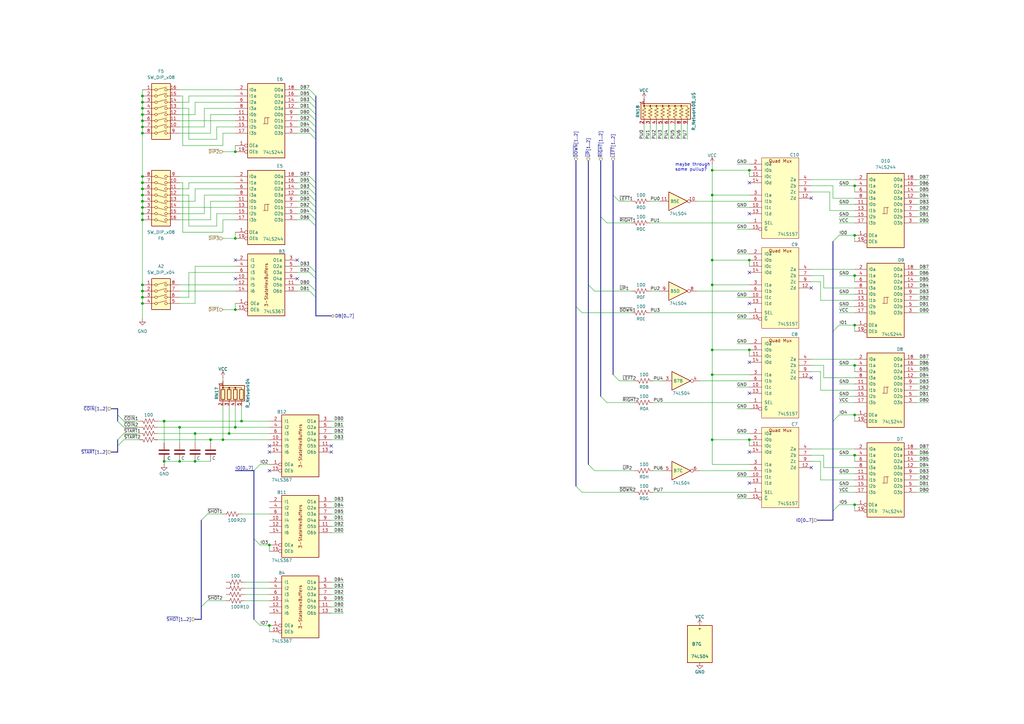
<source format=kicad_sch>
(kicad_sch (version 20231120) (generator "eeschema") (generator_version "8.0")
  (paper "A3")
  (title_block (title "Cabinet Input/Output") (date "2024-10-12") (company "JOTEGO") (comment 1 "Jose Tejada"))
  (lib_symbols
    (symbol "Device:C" (pin_numbers hide) (pin_names (offset 0.254))
      (property "Reference" "C" (at 0.635 2.54 0))
      (property "Value" "C" (at 0.635 -2.54 0))
      (symbol "C_1_1"
        (pin passive line (at 0 3.81 270) (length 2.794) (name "~") (number "1"))
        (pin passive line (at 0 -3.81 90) (length 2.794) (name "~") (number "2"))
      )
    )
    (symbol "Device:R_Network04" (pin_names (offset 0) hide)
      (property "Reference" "RN" (at -7.62 0 90))
      (property "Value" "R_Network04" (at 5.08 0 90))
      (symbol "R_Network04_1_1"
        (pin passive line (at -5.08 5.08 270) (length 2.54) (name "common") (number "1"))
        (pin passive line (at -5.08 -5.08 90) (length 1.27) (name "R1") (number "2"))
        (pin passive line (at -2.54 -5.08 90) (length 1.27) (name "R2") (number "3"))
        (pin passive line (at 0 -5.08 90) (length 1.27) (name "R3") (number "4"))
        (pin passive line (at 2.54 -5.08 90) (length 1.27) (name "R4") (number "5"))
      )
    )
    (symbol "Device:R_Network08_US" (pin_names (offset 0) hide)
      (property "Reference" "RN" (at -12.7 0 90))
      (property "Value" "R_Network08_US" (at 10.16 0 90))
      (symbol "R_Network08_US_1_1"
        (pin passive line (at -10.16 5.08 270) (length 2.54) (name "common") (number "1"))
        (pin passive line (at -10.16 -5.08 90) (length 1.27) (name "R1") (number "2"))
        (pin passive line (at -7.62 -5.08 90) (length 1.27) (name "R2") (number "3"))
        (pin passive line (at -5.08 -5.08 90) (length 1.27) (name "R3") (number "4"))
        (pin passive line (at -2.54 -5.08 90) (length 1.27) (name "R4") (number "5"))
        (pin passive line (at 0 -5.08 90) (length 1.27) (name "R5") (number "6"))
        (pin passive line (at 2.54 -5.08 90) (length 1.27) (name "R6") (number "7"))
        (pin passive line (at 5.08 -5.08 90) (length 1.27) (name "R7") (number "8"))
        (pin passive line (at 7.62 -5.08 90) (length 1.27) (name "R8") (number "9"))
      )
    )
    (symbol "Device:R_US" (pin_numbers hide) (pin_names (offset 0))
      (property "Reference" "R" (at 2.54 0 90))
      (property "Value" "R_US" (at -2.54 0 90))
      (symbol "R_US_1_1"
        (pin passive line (at 0 3.81 270) (length 1.27) (name "~") (number "1"))
        (pin passive line (at 0 -3.81 90) (length 1.27) (name "~") (number "2"))
      )
    )
    (symbol "Switch:SW_DIP_x04" (pin_names (offset 0) hide)
      (property "Reference" "SW" (at 0 8.89 0))
      (property "Value" "SW_DIP_x04" (at 0 -6.35 0))
      (symbol "SW_DIP_x04_1_1"
        (pin passive line (at -7.62 5.08 0) (length 5.08) (name "~") (number "1"))
        (pin passive line (at -7.62 2.54 0) (length 5.08) (name "~") (number "2"))
        (pin passive line (at -7.62 0 0) (length 5.08) (name "~") (number "3"))
        (pin passive line (at -7.62 -2.54 0) (length 5.08) (name "~") (number "4"))
        (pin passive line (at 7.62 -2.54 180) (length 5.08) (name "~") (number "5"))
        (pin passive line (at 7.62 0 180) (length 5.08) (name "~") (number "6"))
        (pin passive line (at 7.62 2.54 180) (length 5.08) (name "~") (number "7"))
        (pin passive line (at 7.62 5.08 180) (length 5.08) (name "~") (number "8"))
      )
    )
    (symbol "Switch:SW_DIP_x08" (pin_names (offset 0) hide)
      (property "Reference" "SW" (at 0 13.97 0))
      (property "Value" "SW_DIP_x08" (at 0 -11.43 0))
      (symbol "SW_DIP_x08_1_1"
        (pin passive line (at -7.62 10.16 0) (length 5.08) (name "~") (number "1"))
        (pin passive line (at 7.62 -5.08 180) (length 5.08) (name "~") (number "10"))
        (pin passive line (at 7.62 -2.54 180) (length 5.08) (name "~") (number "11"))
        (pin passive line (at 7.62 0 180) (length 5.08) (name "~") (number "12"))
        (pin passive line (at 7.62 2.54 180) (length 5.08) (name "~") (number "13"))
        (pin passive line (at 7.62 5.08 180) (length 5.08) (name "~") (number "14"))
        (pin passive line (at 7.62 7.62 180) (length 5.08) (name "~") (number "15"))
        (pin passive line (at 7.62 10.16 180) (length 5.08) (name "~") (number "16"))
        (pin passive line (at -7.62 7.62 0) (length 5.08) (name "~") (number "2"))
        (pin passive line (at -7.62 5.08 0) (length 5.08) (name "~") (number "3"))
        (pin passive line (at -7.62 2.54 0) (length 5.08) (name "~") (number "4"))
        (pin passive line (at -7.62 0 0) (length 5.08) (name "~") (number "5"))
        (pin passive line (at -7.62 -2.54 0) (length 5.08) (name "~") (number "6"))
        (pin passive line (at -7.62 -5.08 0) (length 5.08) (name "~") (number "7"))
        (pin passive line (at -7.62 -7.62 0) (length 5.08) (name "~") (number "8"))
        (pin passive line (at 7.62 -7.62 180) (length 5.08) (name "~") (number "9"))
      )
    )
    (symbol "jt74:74LS04" (pin_names (offset 1.016))
      (property "Reference" "U" (at 0 1.27 0))
      (property "Value" "74LS04" (at 0 -1.27 0))
      (symbol "74LS04_1_0"
        (pin input line (at -7.62 0 0) (length 3.81) (name "~") (number "1"))
        (pin output inverted (at 7.62 0 180) (length 3.81) (name "~") (number "2"))
      )
      (symbol "74LS04_2_0"
        (pin input line (at -7.62 0 0) (length 3.81) (name "~") (number "3"))
        (pin output inverted (at 7.62 0 180) (length 3.81) (name "~") (number "4"))
      )
      (symbol "74LS04_3_0"
        (pin input line (at -7.62 0 0) (length 3.81) (name "~") (number "5"))
        (pin output inverted (at 7.62 0 180) (length 3.81) (name "~") (number "6"))
      )
      (symbol "74LS04_4_0"
        (pin output inverted (at 7.62 0 180) (length 3.81) (name "~") (number "8"))
        (pin input line (at -7.62 0 0) (length 3.81) (name "~") (number "9"))
      )
      (symbol "74LS04_5_0"
        (pin output inverted (at 7.62 0 180) (length 3.81) (name "~") (number "10"))
        (pin input line (at -7.62 0 0) (length 3.81) (name "~") (number "11"))
      )
      (symbol "74LS04_6_0"
        (pin output inverted (at 7.62 0 180) (length 3.81) (name "~") (number "12"))
        (pin input line (at -7.62 0 0) (length 3.81) (name "~") (number "13"))
      )
      (symbol "74LS04_7_0"
        (pin power_in line (at 0 7.62 270) (length 5.08) hide (name "VCC") (number "14"))
        (pin power_in line (at 0 -7.62 90) (length 5.08) hide (name "VSS") (number "7"))
      )
      (symbol "74LS04_7_1"
        (text "+" (at 0 6.35 0) (effects (font (size 1.27 1.27))))
      )
    )
    (symbol "jt74:74LS157" (pin_names (offset 1.016))
      (property "Reference" "U" (at 5.08 16.51 0))
      (property "Value" "74LS157" (at 0 -16.51 0))
      (symbol "74LS157_0_0"
        (text "Quad Mux" (at 0 13.97 0) (effects (font (size 1.27 1.27))))
      )
      (symbol "74LS157_1_0"
        (pin input line (at -12.7 -11.43 0) (length 5.08) (name "SEL") (number "1"))
        (pin input line (at -12.7 -5.08 0) (length 5.08) (name "I1c") (number "10"))
        (pin input line (at -12.7 7.62 0) (length 5.08) (name "I0c") (number "11"))
        (pin output line (at 12.7 -1.27 180) (length 5.08) (name "Zd") (number "12"))
        (pin input line (at -12.7 -7.62 0) (length 5.08) (name "I1d") (number "13"))
        (pin input line (at -12.7 5.08 0) (length 5.08) (name "I0d") (number "14"))
        (pin input inverted (at -12.7 -13.97 0) (length 5.08) (name "~{G}") (number "15"))
        (pin input line (at -12.7 12.7 0) (length 5.08) (name "I0a") (number "2"))
        (pin input line (at -12.7 0 0) (length 5.08) (name "I1a") (number "3"))
        (pin output line (at 12.7 6.35 180) (length 5.08) (name "Za") (number "4"))
        (pin input line (at -12.7 10.16 0) (length 5.08) (name "I0b") (number "5"))
        (pin input line (at -12.7 -2.54 0) (length 5.08) (name "I1b") (number "6"))
        (pin output line (at 12.7 3.81 180) (length 5.08) (name "Zb") (number "7"))
        (pin output line (at 12.7 1.27 180) (length 5.08) (name "Zc") (number "9"))
      )
    )
    (symbol "jt74:74LS244"
      (property "Reference" "U" (at -7.62 16.51 0))
      (property "Value" "74LS244" (at -3.81 -21.59 0))
      (symbol "74LS244_1_0"
        (pin input inverted (at -12.7 -10.16 0) (length 5.08) (name "OEa") (number "1"))
        (pin power_in line (at 0 -15.24 90) (length 5.08) hide (name "VSS") (number "10"))
        (pin input line (at -12.7 2.54 0) (length 5.08) (name "I0b") (number "11"))
        (pin tri_state line (at 12.7 5.08 180) (length 5.08) (name "O3a") (number "12"))
        (pin input line (at -12.7 0 0) (length 5.08) (name "I1b") (number "13"))
        (pin tri_state line (at 12.7 7.62 180) (length 5.08) (name "O2a") (number "14"))
        (pin input line (at -12.7 -2.54 0) (length 5.08) (name "I2b") (number "15"))
        (pin tri_state line (at 12.7 10.16 180) (length 5.08) (name "O1a") (number "16"))
        (pin input line (at -12.7 -5.08 0) (length 5.08) (name "I3b") (number "17"))
        (pin tri_state line (at 12.7 12.7 180) (length 5.08) (name "O0a") (number "18"))
        (pin input inverted (at -12.7 -12.7 0) (length 5.08) (name "OEb") (number "19"))
        (pin input line (at -12.7 12.7 0) (length 5.08) (name "I0a") (number "2"))
        (pin power_in line (at 0 15.24 270) (length 5.08) hide (name "VCC") (number "20"))
        (pin tri_state line (at 12.7 -5.08 180) (length 5.08) (name "O3b") (number "3"))
        (pin input line (at -12.7 10.16 0) (length 5.08) (name "I1a") (number "4"))
        (pin tri_state line (at 12.7 -2.54 180) (length 5.08) (name "O2b") (number "5"))
        (pin input line (at -12.7 7.62 0) (length 5.08) (name "I2a") (number "6"))
        (pin tri_state line (at 12.7 0 180) (length 5.08) (name "O1b") (number "7"))
        (pin input line (at -12.7 5.08 0) (length 5.08) (name "I3a") (number "8"))
        (pin tri_state line (at 12.7 2.54 180) (length 5.08) (name "O0b") (number "9"))
      )
    )
    (symbol "jt74:74LS367" (pin_names (offset 1.016))
      (property "Reference" "U" (at -7.62 13.97 0))
      (property "Value" "74LS367" (at -7.62 -13.97 0))
      (symbol "74LS367_0_0"
        (text "3-StateHexBuffers" (at 0 0 900) (effects (font (size 1.27 1.27))))
      )
      (symbol "74LS367_1_0"
        (pin input inverted (at -12.7 -7.62 0) (length 5.08) (name "OEa") (number "1"))
        (pin input line (at -12.7 2.54 0) (length 5.08) (name "I4") (number "10"))
        (pin tri_state line (at 12.7 0 180) (length 5.08) (name "O5b") (number "11"))
        (pin input line (at -12.7 0 0) (length 5.08) (name "I5") (number "12"))
        (pin tri_state line (at 12.7 -2.54 180) (length 5.08) (name "O6b") (number "13"))
        (pin input line (at -12.7 -2.54 0) (length 5.08) (name "I6") (number "14"))
        (pin input inverted (at -12.7 -10.16 0) (length 5.08) (name "OEb") (number "15"))
        (pin input line (at -12.7 10.16 0) (length 5.08) (name "I1") (number "2"))
        (pin tri_state line (at 12.7 10.16 180) (length 5.08) (name "O1a") (number "3"))
        (pin input line (at -12.7 7.62 0) (length 5.08) (name "I2") (number "4"))
        (pin tri_state line (at 12.7 7.62 180) (length 5.08) (name "O2a") (number "5"))
        (pin input line (at -12.7 5.08 0) (length 5.08) (name "I3") (number "6"))
        (pin tri_state line (at 12.7 5.08 180) (length 5.08) (name "O3a") (number "7"))
        (pin tri_state line (at 12.7 2.54 180) (length 5.08) (name "O4a") (number "9"))
      )
      (symbol "74LS367_1_1"
        (pin power_in line (at 0 12.7 270) (length 2.54) hide (name "VCC") (number "16"))
        (pin power_in line (at 0 -12.7 90) (length 2.54) hide (name "VSS") (number "8"))
      )
    )
    (symbol "power:GND" (power) (pin_numbers hide) (pin_names (offset 0) hide)
      (property "Value" "GND" (at 0 -3.81 0))
      (symbol "GND_1_1"
        (pin power_in line (at 0 0 270) (length 0) (name "~") (number "1"))
      )
    )
    (symbol "power:VCC" (power) (pin_numbers hide) (pin_names (offset 0) hide)
      (property "Value" "VCC" (at 0 3.556 0))
      (symbol "VCC_1_1"
        (pin power_in line (at 0 0 90) (length 0) (name "~") (number "1"))
      )
    )
  )
  (junction (at 58.42 49.53))
  (junction (at 307.34 180.34))
  (junction (at 58.42 82.55))
  (junction (at 58.42 74.93))
  (junction (at 350.52 149.86))
  (junction (at 292.1 116.84))
  (junction (at 307.34 143.51))
  (junction (at 58.42 119.38))
  (junction (at 96.52 97.79))
  (junction (at 110.49 256.54))
  (junction (at 292.1 153.67))
  (junction (at 350.52 186.69))
  (junction (at 58.42 116.84))
  (junction (at 73.66 175.26))
  (junction (at 307.34 106.68))
  (junction (at 58.42 90.17))
  (junction (at 307.34 69.85))
  (junction (at 350.52 133.35))
  (junction (at 292.1 106.68))
  (junction (at 58.42 72.39))
  (junction (at 96.52 127))
  (junction (at 91.44 180.34))
  (junction (at 67.31 172.72))
  (junction (at 80.01 189.23))
  (junction (at 96.52 62.23))
  (junction (at 86.36 180.34))
  (junction (at 350.52 170.18))
  (junction (at 58.42 80.01))
  (junction (at 58.42 87.63))
  (junction (at 292.1 143.51))
  (junction (at 58.42 46.99))
  (junction (at 58.42 124.46))
  (junction (at 110.49 223.52))
  (junction (at 58.42 41.91))
  (junction (at 96.52 175.26))
  (junction (at 80.01 177.8))
  (junction (at 292.1 69.85))
  (junction (at 350.52 76.2))
  (junction (at 292.1 80.01))
  (junction (at 58.42 39.37))
  (junction (at 99.06 172.72))
  (junction (at 292.1 180.34))
  (junction (at 350.52 96.52))
  (junction (at 93.98 177.8))
  (junction (at 58.42 54.61))
  (junction (at 58.42 77.47))
  (junction (at 67.31 189.23))
  (junction (at 350.52 113.03))
  (junction (at 58.42 52.07))
  (junction (at 58.42 85.09))
  (junction (at 58.42 121.92))
  (junction (at 73.66 189.23))
  (junction (at 350.52 207.01))
  (junction (at 58.42 44.45))
  (no_connect (at 307.34 148.59))
  (no_connect (at 135.89 185.42))
  (no_connect (at 96.52 114.3))
  (no_connect (at 307.34 74.93))
  (no_connect (at 96.52 106.68))
  (no_connect (at 135.89 182.88))
  (no_connect (at 332.74 118.11))
  (no_connect (at 307.34 124.46))
  (no_connect (at 121.92 114.3))
  (no_connect (at 307.34 111.76))
  (no_connect (at 332.74 154.94))
  (no_connect (at 332.74 81.28))
  (no_connect (at 307.34 87.63))
  (no_connect (at 121.92 106.68))
  (no_connect (at 110.49 193.04))
  (no_connect (at 307.34 185.42))
  (no_connect (at 110.49 185.42))
  (no_connect (at 332.74 191.77))
  (no_connect (at 110.49 182.88))
  (no_connect (at 307.34 161.29))
  (no_connect (at 307.34 198.12))
  (bus_entry (at 344.17 170.18) (size -2.54 2.54))
  (bus_entry (at 127 52.07) (size 2.54 2.54))
  (bus_entry (at 104.14 254) (size 2.54 2.54))
  (bus_entry (at 241.3 116.84) (size 2.54 2.54))
  (bus_entry (at 127 82.55) (size 2.54 2.54))
  (bus_entry (at 127 90.17) (size 2.54 2.54))
  (bus_entry (at 344.17 133.35) (size -2.54 2.54))
  (bus_entry (at 127 72.39) (size 2.54 2.54))
  (bus_entry (at 127 46.99) (size 2.54 2.54))
  (bus_entry (at 127 44.45) (size 2.54 2.54))
  (bus_entry (at 241.3 190.5) (size 2.54 2.54))
  (bus_entry (at 127 111.76) (size 2.54 2.54))
  (bus_entry (at 127 119.38) (size 2.54 2.54))
  (bus_entry (at 344.17 96.52) (size -2.54 2.54))
  (bus_entry (at 85.09 246.38) (size -2.54 2.54))
  (bus_entry (at 127 36.83) (size 2.54 2.54))
  (bus_entry (at 127 39.37) (size 2.54 2.54))
  (bus_entry (at 127 109.22) (size 2.54 2.54))
  (bus_entry (at 127 87.63) (size 2.54 2.54))
  (bus_entry (at 127 49.53) (size 2.54 2.54))
  (bus_entry (at 127 80.01) (size 2.54 2.54))
  (bus_entry (at 246.38 162.56) (size 2.54 2.54))
  (bus_entry (at 127 54.61) (size 2.54 2.54))
  (bus_entry (at 251.46 80.01) (size 2.54 2.54))
  (bus_entry (at 127 41.91) (size 2.54 2.54))
  (bus_entry (at 127 85.09) (size 2.54 2.54))
  (bus_entry (at 127 77.47) (size 2.54 2.54))
  (bus_entry (at 85.09 210.82) (size -2.54 2.54))
  (bus_entry (at 48.26 180.34) (size 2.54 -2.54))
  (bus_entry (at 344.17 207.01) (size -2.54 2.54))
  (bus_entry (at 48.26 170.18) (size 2.54 2.54))
  (bus_entry (at 127 116.84) (size 2.54 2.54))
  (bus_entry (at 104.14 220.98) (size 2.54 2.54))
  (bus_entry (at 246.38 88.9) (size 2.54 2.54))
  (bus_entry (at 106.68 190.5) (size -2.54 2.54))
  (bus_entry (at 236.22 199.39) (size 2.54 2.54))
  (bus_entry (at 48.26 182.88) (size 2.54 -2.54))
  (bus_entry (at 251.46 153.67) (size 2.54 2.54))
  (bus_entry (at 127 74.93) (size 2.54 2.54))
  (bus_entry (at 236.22 125.73) (size 2.54 2.54))
  (bus_entry (at 48.26 172.72) (size 2.54 2.54))
  (wire (pts (xy 73.66 54.61) (xy 86.36 54.61)))
  (wire (pts (xy 344.17 149.86) (xy 350.52 149.86)))
  (wire (pts (xy 93.98 166.37) (xy 93.98 177.8)))
  (wire (pts (xy 121.92 52.07) (xy 127 52.07)))
  (wire (pts (xy 266.7 91.44) (xy 307.34 91.44)))
  (wire (pts (xy 73.66 90.17) (xy 86.36 90.17)))
  (wire (pts (xy 375.92 199.39) (xy 381 199.39)))
  (bus (pts (xy 80.01 254) (xy 82.55 254)))
  (wire (pts (xy 58.42 80.01) (xy 58.42 82.55)))
  (wire (pts (xy 332.74 110.49) (xy 350.52 110.49)))
  (wire (pts (xy 302.26 85.09) (xy 307.34 85.09)))
  (wire (pts (xy 80.01 124.46) (xy 80.01 109.22)))
  (wire (pts (xy 73.66 36.83) (xy 96.52 36.83)))
  (wire (pts (xy 292.1 153.67) (xy 292.1 180.34)))
  (wire (pts (xy 85.09 210.82) (xy 91.44 210.82)))
  (wire (pts (xy 106.68 190.5) (xy 110.49 190.5)))
  (bus (pts (xy 129.54 114.3) (xy 129.54 111.76)))
  (wire (pts (xy 67.31 189.23) (xy 67.31 190.5)))
  (wire (pts (xy 336.55 189.23) (xy 336.55 196.85)))
  (wire (pts (xy 96.52 175.26) (xy 110.49 175.26)))
  (bus (pts (xy 129.54 46.99) (xy 129.54 44.45)))
  (wire (pts (xy 285.75 119.38) (xy 307.34 119.38)))
  (wire (pts (xy 307.34 180.34) (xy 307.34 182.88)))
  (wire (pts (xy 287.02 156.21) (xy 307.34 156.21)))
  (wire (pts (xy 375.92 113.03) (xy 381 113.03)))
  (bus (pts (xy 236.22 125.73) (xy 236.22 199.39)))
  (wire (pts (xy 344.17 162.56) (xy 350.52 162.56)))
  (wire (pts (xy 86.36 180.34) (xy 86.36 181.61)))
  (wire (pts (xy 302.26 93.98) (xy 307.34 93.98)))
  (wire (pts (xy 73.66 74.93) (xy 74.93 74.93)))
  (bus (pts (xy 129.54 44.45) (xy 129.54 41.91)))
  (wire (pts (xy 58.42 121.92) (xy 58.42 124.46)))
  (bus (pts (xy 341.63 135.89) (xy 341.63 172.72)))
  (wire (pts (xy 110.49 256.54) (xy 110.49 259.08)))
  (wire (pts (xy 64.77 172.72) (xy 67.31 172.72)))
  (wire (pts (xy 375.92 196.85) (xy 381 196.85)))
  (bus (pts (xy 341.63 99.06) (xy 341.63 135.89)))
  (wire (pts (xy 96.52 59.69) (xy 96.52 62.23)))
  (wire (pts (xy 281.94 57.15) (xy 281.94 50.8)))
  (wire (pts (xy 276.86 57.15) (xy 276.86 50.8)))
  (wire (pts (xy 77.47 92.71) (xy 88.9 92.71)))
  (wire (pts (xy 73.66 116.84) (xy 96.52 116.84)))
  (wire (pts (xy 341.63 81.28) (xy 350.52 81.28)))
  (wire (pts (xy 344.17 96.52) (xy 350.52 96.52)))
  (bus (pts (xy 82.55 248.92) (xy 82.55 254)))
  (wire (pts (xy 344.17 165.1) (xy 350.52 165.1)))
  (wire (pts (xy 332.74 184.15) (xy 350.52 184.15)))
  (wire (pts (xy 80.01 189.23) (xy 86.36 189.23)))
  (wire (pts (xy 64.77 175.26) (xy 73.66 175.26)))
  (wire (pts (xy 135.89 218.44) (xy 140.97 218.44)))
  (wire (pts (xy 135.89 248.92) (xy 140.97 248.92)))
  (wire (pts (xy 375.92 76.2) (xy 381 76.2)))
  (wire (pts (xy 73.66 121.92) (xy 77.47 121.92)))
  (wire (pts (xy 91.44 154.94) (xy 91.44 156.21)))
  (wire (pts (xy 88.9 52.07) (xy 96.52 52.07)))
  (wire (pts (xy 375.92 123.19) (xy 381 123.19)))
  (wire (pts (xy 121.92 54.61) (xy 127 54.61)))
  (wire (pts (xy 83.82 80.01) (xy 96.52 80.01)))
  (wire (pts (xy 80.01 109.22) (xy 96.52 109.22)))
  (wire (pts (xy 93.98 177.8) (xy 80.01 177.8)))
  (wire (pts (xy 86.36 54.61) (xy 86.36 46.99)))
  (wire (pts (xy 375.92 120.65) (xy 381 120.65)))
  (wire (pts (xy 96.52 166.37) (xy 96.52 175.26)))
  (wire (pts (xy 375.92 162.56) (xy 381 162.56)))
  (wire (pts (xy 292.1 143.51) (xy 292.1 153.67)))
  (wire (pts (xy 73.66 124.46) (xy 80.01 124.46)))
  (wire (pts (xy 332.74 73.66) (xy 350.52 73.66)))
  (wire (pts (xy 91.44 62.23) (xy 96.52 62.23)))
  (wire (pts (xy 121.92 119.38) (xy 127 119.38)))
  (wire (pts (xy 267.97 193.04) (xy 271.78 193.04)))
  (wire (pts (xy 341.63 76.2) (xy 341.63 81.28)))
  (wire (pts (xy 121.92 36.83) (xy 127 36.83)))
  (wire (pts (xy 58.42 36.83) (xy 58.42 39.37)))
  (wire (pts (xy 375.92 165.1) (xy 381 165.1)))
  (wire (pts (xy 350.52 170.18) (xy 350.52 172.72)))
  (bus (pts (xy 48.26 182.88) (xy 48.26 185.42)))
  (wire (pts (xy 302.26 177.8) (xy 307.34 177.8)))
  (wire (pts (xy 337.82 186.69) (xy 337.82 191.77)))
  (wire (pts (xy 96.52 95.25) (xy 96.52 97.79)))
  (wire (pts (xy 121.92 74.93) (xy 127 74.93)))
  (wire (pts (xy 77.47 111.76) (xy 96.52 111.76)))
  (wire (pts (xy 91.44 59.69) (xy 91.44 54.61)))
  (wire (pts (xy 135.89 243.84) (xy 140.97 243.84)))
  (wire (pts (xy 332.74 149.86) (xy 337.82 149.86)))
  (wire (pts (xy 344.17 113.03) (xy 350.52 113.03)))
  (wire (pts (xy 292.1 80.01) (xy 292.1 106.68)))
  (wire (pts (xy 88.9 92.71) (xy 88.9 87.63)))
  (bus (pts (xy 251.46 66.04) (xy 251.46 80.01)))
  (wire (pts (xy 58.42 82.55) (xy 58.42 85.09)))
  (wire (pts (xy 64.77 180.34) (xy 86.36 180.34)))
  (bus (pts (xy 251.46 80.01) (xy 251.46 153.67)))
  (wire (pts (xy 86.36 46.99) (xy 96.52 46.99)))
  (wire (pts (xy 344.17 76.2) (xy 350.52 76.2)))
  (wire (pts (xy 106.68 256.54) (xy 110.49 256.54)))
  (wire (pts (xy 67.31 181.61) (xy 67.31 172.72)))
  (wire (pts (xy 274.32 57.15) (xy 274.32 50.8)))
  (bus (pts (xy 48.26 185.42) (xy 45.72 185.42)))
  (wire (pts (xy 121.92 111.76) (xy 127 111.76)))
  (wire (pts (xy 99.06 172.72) (xy 110.49 172.72)))
  (wire (pts (xy 344.17 83.82) (xy 350.52 83.82)))
  (wire (pts (xy 86.36 90.17) (xy 86.36 82.55)))
  (wire (pts (xy 336.55 123.19) (xy 350.52 123.19)))
  (wire (pts (xy 375.92 91.44) (xy 381 91.44)))
  (wire (pts (xy 83.82 87.63) (xy 83.82 80.01)))
  (wire (pts (xy 292.1 106.68) (xy 292.1 116.84)))
  (wire (pts (xy 340.36 86.36) (xy 350.52 86.36)))
  (wire (pts (xy 80.01 82.55) (xy 80.01 77.47)))
  (wire (pts (xy 135.89 208.28) (xy 140.97 208.28)))
  (wire (pts (xy 73.66 49.53) (xy 96.52 49.53)))
  (wire (pts (xy 85.09 246.38) (xy 92.71 246.38)))
  (wire (pts (xy 285.75 82.55) (xy 307.34 82.55)))
  (wire (pts (xy 100.33 243.84) (xy 110.49 243.84)))
  (wire (pts (xy 121.92 90.17) (xy 127 90.17)))
  (wire (pts (xy 100.33 246.38) (xy 110.49 246.38)))
  (bus (pts (xy 241.3 66.04) (xy 241.3 116.84)))
  (wire (pts (xy 96.52 124.46) (xy 96.52 127)))
  (wire (pts (xy 266.7 128.27) (xy 307.34 128.27)))
  (wire (pts (xy 375.92 186.69) (xy 381 186.69)))
  (wire (pts (xy 243.84 119.38) (xy 259.08 119.38)))
  (wire (pts (xy 74.93 39.37) (xy 74.93 59.69)))
  (wire (pts (xy 80.01 41.91) (xy 96.52 41.91)))
  (wire (pts (xy 96.52 39.37) (xy 77.47 39.37)))
  (wire (pts (xy 307.34 143.51) (xy 307.34 146.05)))
  (wire (pts (xy 254 82.55) (xy 259.08 82.55)))
  (wire (pts (xy 80.01 177.8) (xy 80.01 181.61)))
  (bus (pts (xy 104.14 193.04) (xy 104.14 220.98)))
  (bus (pts (xy 129.54 77.47) (xy 129.54 74.93)))
  (wire (pts (xy 266.7 119.38) (xy 270.51 119.38)))
  (wire (pts (xy 292.1 69.85) (xy 292.1 80.01)))
  (wire (pts (xy 267.97 165.1) (xy 307.34 165.1)))
  (wire (pts (xy 135.89 241.3) (xy 140.97 241.3)))
  (bus (pts (xy 129.54 41.91) (xy 129.54 39.37)))
  (wire (pts (xy 302.26 121.92) (xy 307.34 121.92)))
  (wire (pts (xy 344.17 201.93) (xy 350.52 201.93)))
  (wire (pts (xy 266.7 82.55) (xy 270.51 82.55)))
  (wire (pts (xy 77.47 41.91) (xy 73.66 41.91)))
  (wire (pts (xy 58.42 39.37) (xy 58.42 41.91)))
  (bus (pts (xy 129.54 82.55) (xy 129.54 80.01)))
  (wire (pts (xy 100.33 238.76) (xy 110.49 238.76)))
  (wire (pts (xy 80.01 77.47) (xy 96.52 77.47)))
  (wire (pts (xy 121.92 44.45) (xy 127 44.45)))
  (bus (pts (xy 129.54 49.53) (xy 129.54 46.99)))
  (wire (pts (xy 292.1 116.84) (xy 292.1 143.51)))
  (wire (pts (xy 58.42 85.09) (xy 58.42 87.63)))
  (bus (pts (xy 129.54 74.93) (xy 129.54 57.15)))
  (wire (pts (xy 91.44 90.17) (xy 96.52 90.17)))
  (wire (pts (xy 375.92 125.73) (xy 381 125.73)))
  (wire (pts (xy 77.47 121.92) (xy 77.47 111.76)))
  (wire (pts (xy 302.26 67.31) (xy 307.34 67.31)))
  (wire (pts (xy 287.02 193.04) (xy 307.34 193.04)))
  (wire (pts (xy 77.47 44.45) (xy 77.47 57.15)))
  (wire (pts (xy 344.17 170.18) (xy 350.52 170.18)))
  (wire (pts (xy 77.47 39.37) (xy 77.47 41.91)))
  (wire (pts (xy 58.42 130.81) (xy 58.42 124.46)))
  (bus (pts (xy 82.55 213.36) (xy 82.55 248.92)))
  (bus (pts (xy 104.14 193.04) (xy 96.52 193.04)))
  (wire (pts (xy 238.76 201.93) (xy 260.35 201.93)))
  (wire (pts (xy 375.92 194.31) (xy 381 194.31)))
  (wire (pts (xy 332.74 189.23) (xy 336.55 189.23)))
  (bus (pts (xy 246.38 88.9) (xy 246.38 66.04)))
  (wire (pts (xy 50.8 172.72) (xy 57.15 172.72)))
  (wire (pts (xy 121.92 77.47) (xy 127 77.47)))
  (wire (pts (xy 88.9 57.15) (xy 88.9 52.07)))
  (wire (pts (xy 350.52 96.52) (xy 350.52 99.06)))
  (wire (pts (xy 375.92 110.49) (xy 381 110.49)))
  (wire (pts (xy 135.89 213.36) (xy 140.97 213.36)))
  (wire (pts (xy 100.33 241.3) (xy 110.49 241.3)))
  (wire (pts (xy 88.9 87.63) (xy 96.52 87.63)))
  (bus (pts (xy 129.54 129.54) (xy 135.89 129.54)))
  (wire (pts (xy 375.92 78.74) (xy 381 78.74)))
  (wire (pts (xy 302.26 104.14) (xy 307.34 104.14)))
  (wire (pts (xy 73.66 175.26) (xy 73.66 181.61)))
  (wire (pts (xy 271.78 57.15) (xy 271.78 50.8)))
  (bus (pts (xy 48.26 172.72) (xy 48.26 170.18)))
  (wire (pts (xy 375.92 81.28) (xy 381 81.28)))
  (wire (pts (xy 337.82 149.86) (xy 337.82 154.94)))
  (bus (pts (xy 129.54 52.07) (xy 129.54 49.53)))
  (wire (pts (xy 74.93 74.93) (xy 74.93 95.25)))
  (wire (pts (xy 83.82 44.45) (xy 96.52 44.45)))
  (bus (pts (xy 48.26 170.18) (xy 48.26 167.64)))
  (wire (pts (xy 302.26 195.58) (xy 307.34 195.58)))
  (wire (pts (xy 344.17 128.27) (xy 350.52 128.27)))
  (wire (pts (xy 269.24 57.15) (xy 269.24 50.8)))
  (wire (pts (xy 121.92 116.84) (xy 127 116.84)))
  (wire (pts (xy 336.55 160.02) (xy 350.52 160.02)))
  (wire (pts (xy 266.7 57.15) (xy 266.7 50.8)))
  (wire (pts (xy 74.93 59.69) (xy 91.44 59.69)))
  (wire (pts (xy 350.52 149.86) (xy 350.52 152.4)))
  (wire (pts (xy 58.42 87.63) (xy 58.42 90.17)))
  (wire (pts (xy 73.66 52.07) (xy 83.82 52.07)))
  (bus (pts (xy 129.54 111.76) (xy 129.54 92.71)))
  (wire (pts (xy 135.89 180.34) (xy 140.97 180.34)))
  (wire (pts (xy 337.82 118.11) (xy 350.52 118.11)))
  (wire (pts (xy 58.42 41.91) (xy 58.42 44.45)))
  (wire (pts (xy 96.52 74.93) (xy 77.47 74.93)))
  (wire (pts (xy 267.97 156.21) (xy 271.78 156.21)))
  (wire (pts (xy 337.82 191.77) (xy 350.52 191.77)))
  (wire (pts (xy 337.82 113.03) (xy 337.82 118.11)))
  (bus (pts (xy 129.54 85.09) (xy 129.54 82.55)))
  (wire (pts (xy 135.89 177.8) (xy 140.97 177.8)))
  (wire (pts (xy 121.92 82.55) (xy 127 82.55)))
  (wire (pts (xy 106.68 223.52) (xy 110.49 223.52)))
  (wire (pts (xy 121.92 109.22) (xy 127 109.22)))
  (wire (pts (xy 344.17 133.35) (xy 350.52 133.35)))
  (wire (pts (xy 292.1 80.01) (xy 307.34 80.01)))
  (wire (pts (xy 292.1 153.67) (xy 307.34 153.67)))
  (wire (pts (xy 91.44 180.34) (xy 110.49 180.34)))
  (wire (pts (xy 375.92 86.36) (xy 381 86.36)))
  (wire (pts (xy 375.92 83.82) (xy 381 83.82)))
  (wire (pts (xy 121.92 80.01) (xy 127 80.01)))
  (wire (pts (xy 91.44 166.37) (xy 91.44 180.34)))
  (wire (pts (xy 375.92 73.66) (xy 381 73.66)))
  (bus (pts (xy 129.54 121.92) (xy 129.54 119.38)))
  (wire (pts (xy 375.92 147.32) (xy 381 147.32)))
  (wire (pts (xy 350.52 133.35) (xy 350.52 135.89)))
  (wire (pts (xy 336.55 152.4) (xy 336.55 160.02)))
  (wire (pts (xy 332.74 76.2) (xy 341.63 76.2)))
  (wire (pts (xy 91.44 127) (xy 96.52 127)))
  (wire (pts (xy 344.17 157.48) (xy 350.52 157.48)))
  (wire (pts (xy 350.52 113.03) (xy 350.52 115.57)))
  (wire (pts (xy 350.52 207.01) (xy 350.52 209.55)))
  (wire (pts (xy 336.55 115.57) (xy 336.55 123.19)))
  (wire (pts (xy 58.42 52.07) (xy 58.42 54.61)))
  (bus (pts (xy 241.3 116.84) (xy 241.3 190.5)))
  (wire (pts (xy 375.92 118.11) (xy 381 118.11)))
  (wire (pts (xy 267.97 201.93) (xy 307.34 201.93)))
  (wire (pts (xy 91.44 97.79) (xy 96.52 97.79)))
  (wire (pts (xy 337.82 154.94) (xy 350.52 154.94)))
  (wire (pts (xy 254 156.21) (xy 260.35 156.21)))
  (wire (pts (xy 344.17 88.9) (xy 350.52 88.9)))
  (wire (pts (xy 375.92 154.94) (xy 381 154.94)))
  (wire (pts (xy 73.66 189.23) (xy 80.01 189.23)))
  (wire (pts (xy 50.8 180.34) (xy 57.15 180.34)))
  (wire (pts (xy 135.89 175.26) (xy 140.97 175.26)))
  (wire (pts (xy 344.17 199.39) (xy 350.52 199.39)))
  (wire (pts (xy 302.26 204.47) (xy 307.34 204.47)))
  (wire (pts (xy 375.92 191.77) (xy 381 191.77)))
  (wire (pts (xy 73.66 82.55) (xy 80.01 82.55)))
  (wire (pts (xy 292.1 69.85) (xy 307.34 69.85)))
  (wire (pts (xy 135.89 238.76) (xy 140.97 238.76)))
  (wire (pts (xy 58.42 54.61) (xy 58.42 72.39)))
  (wire (pts (xy 67.31 172.72) (xy 99.06 172.72)))
  (bus (pts (xy 129.54 92.71) (xy 129.54 90.17)))
  (wire (pts (xy 344.17 91.44) (xy 350.52 91.44)))
  (wire (pts (xy 307.34 106.68) (xy 307.34 109.22)))
  (wire (pts (xy 292.1 180.34) (xy 292.1 190.5)))
  (wire (pts (xy 292.1 143.51) (xy 307.34 143.51)))
  (bus (pts (xy 129.54 80.01) (xy 129.54 77.47)))
  (bus (pts (xy 341.63 172.72) (xy 341.63 209.55)))
  (wire (pts (xy 58.42 72.39) (xy 58.42 74.93)))
  (bus (pts (xy 341.63 209.55) (xy 341.63 213.36)))
  (wire (pts (xy 96.52 175.26) (xy 73.66 175.26)))
  (wire (pts (xy 332.74 115.57) (xy 336.55 115.57)))
  (wire (pts (xy 121.92 85.09) (xy 127 85.09)))
  (wire (pts (xy 50.8 175.26) (xy 57.15 175.26)))
  (wire (pts (xy 279.4 57.15) (xy 279.4 50.8)))
  (wire (pts (xy 83.82 52.07) (xy 83.82 44.45)))
  (wire (pts (xy 336.55 196.85) (xy 350.52 196.85)))
  (wire (pts (xy 135.89 246.38) (xy 140.97 246.38)))
  (wire (pts (xy 302.26 140.97) (xy 307.34 140.97)))
  (wire (pts (xy 375.92 88.9) (xy 381 88.9)))
  (bus (pts (xy 129.54 90.17) (xy 129.54 87.63)))
  (wire (pts (xy 350.52 76.2) (xy 350.52 78.74)))
  (wire (pts (xy 135.89 205.74) (xy 140.97 205.74)))
  (wire (pts (xy 302.26 130.81) (xy 307.34 130.81)))
  (wire (pts (xy 375.92 184.15) (xy 381 184.15)))
  (wire (pts (xy 350.52 186.69) (xy 350.52 189.23)))
  (wire (pts (xy 375.92 152.4) (xy 381 152.4)))
  (wire (pts (xy 375.92 201.93) (xy 381 201.93)))
  (wire (pts (xy 99.06 210.82) (xy 110.49 210.82)))
  (wire (pts (xy 73.66 72.39) (xy 96.52 72.39)))
  (wire (pts (xy 91.44 54.61) (xy 96.52 54.61)))
  (wire (pts (xy 64.77 177.8) (xy 80.01 177.8)))
  (wire (pts (xy 58.42 119.38) (xy 58.42 121.92)))
  (wire (pts (xy 375.92 149.86) (xy 381 149.86)))
  (wire (pts (xy 73.66 44.45) (xy 77.47 44.45)))
  (wire (pts (xy 91.44 95.25) (xy 91.44 90.17)))
  (wire (pts (xy 344.17 186.69) (xy 350.52 186.69)))
  (wire (pts (xy 243.84 193.04) (xy 260.35 193.04)))
  (bus (pts (xy 129.54 57.15) (xy 129.54 54.61)))
  (wire (pts (xy 375.92 160.02) (xy 381 160.02)))
  (wire (pts (xy 344.17 120.65) (xy 350.52 120.65)))
  (bus (pts (xy 129.54 119.38) (xy 129.54 114.3)))
  (bus (pts (xy 246.38 88.9) (xy 246.38 162.56)))
  (wire (pts (xy 292.1 180.34) (xy 307.34 180.34)))
  (wire (pts (xy 77.47 74.93) (xy 77.47 77.47)))
  (wire (pts (xy 58.42 77.47) (xy 58.42 80.01)))
  (wire (pts (xy 135.89 251.46) (xy 140.97 251.46)))
  (bus (pts (xy 129.54 87.63) (xy 129.54 85.09)))
  (wire (pts (xy 121.92 87.63) (xy 127 87.63)))
  (wire (pts (xy 73.66 85.09) (xy 96.52 85.09)))
  (wire (pts (xy 74.93 95.25) (xy 91.44 95.25)))
  (wire (pts (xy 121.92 46.99) (xy 127 46.99)))
  (wire (pts (xy 73.66 46.99) (xy 80.01 46.99)))
  (wire (pts (xy 73.66 119.38) (xy 96.52 119.38)))
  (wire (pts (xy 135.89 215.9) (xy 140.97 215.9)))
  (wire (pts (xy 302.26 167.64) (xy 307.34 167.64)))
  (wire (pts (xy 67.31 189.23) (xy 73.66 189.23)))
  (wire (pts (xy 86.36 82.55) (xy 96.52 82.55)))
  (wire (pts (xy 73.66 87.63) (xy 83.82 87.63)))
  (wire (pts (xy 77.47 80.01) (xy 77.47 92.71)))
  (wire (pts (xy 332.74 78.74) (xy 340.36 78.74)))
  (wire (pts (xy 264.16 57.15) (xy 264.16 50.8)))
  (wire (pts (xy 238.76 128.27) (xy 259.08 128.27)))
  (wire (pts (xy 77.47 57.15) (xy 88.9 57.15)))
  (bus (pts (xy 129.54 54.61) (xy 129.54 52.07)))
  (wire (pts (xy 50.8 177.8) (xy 57.15 177.8)))
  (wire (pts (xy 135.89 172.72) (xy 140.97 172.72)))
  (bus (pts (xy 48.26 180.34) (xy 48.26 182.88)))
  (wire (pts (xy 58.42 90.17) (xy 58.42 116.84)))
  (wire (pts (xy 121.92 49.53) (xy 127 49.53)))
  (bus (pts (xy 104.14 220.98) (xy 104.14 254)))
  (wire (pts (xy 93.98 177.8) (xy 110.49 177.8)))
  (wire (pts (xy 121.92 41.91) (xy 127 41.91)))
  (wire (pts (xy 375.92 115.57) (xy 381 115.57)))
  (wire (pts (xy 110.49 223.52) (xy 110.49 226.06)))
  (wire (pts (xy 292.1 116.84) (xy 307.34 116.84)))
  (bus (pts (xy 129.54 129.54) (xy 129.54 121.92)))
  (wire (pts (xy 121.92 72.39) (xy 127 72.39)))
  (wire (pts (xy 58.42 116.84) (xy 58.42 119.38)))
  (wire (pts (xy 86.36 180.34) (xy 91.44 180.34)))
  (wire (pts (xy 302.26 158.75) (xy 307.34 158.75)))
  (wire (pts (xy 332.74 113.03) (xy 337.82 113.03)))
  (wire (pts (xy 332.74 152.4) (xy 336.55 152.4)))
  (bus (pts (xy 341.63 213.36) (xy 335.28 213.36)))
  (wire (pts (xy 375.92 157.48) (xy 381 157.48)))
  (wire (pts (xy 248.92 91.44) (xy 259.08 91.44)))
  (wire (pts (xy 58.42 44.45) (xy 58.42 46.99)))
  (wire (pts (xy 58.42 74.93) (xy 58.42 77.47)))
  (wire (pts (xy 344.17 125.73) (xy 350.52 125.73)))
  (wire (pts (xy 99.06 166.37) (xy 99.06 172.72)))
  (wire (pts (xy 292.1 67.31) (xy 292.1 69.85)))
  (wire (pts (xy 344.17 207.01) (xy 350.52 207.01)))
  (wire (pts (xy 248.92 165.1) (xy 260.35 165.1)))
  (wire (pts (xy 73.66 39.37) (xy 74.93 39.37)))
  (wire (pts (xy 307.34 106.68) (xy 292.1 106.68)))
  (wire (pts (xy 332.74 147.32) (xy 350.52 147.32)))
  (wire (pts (xy 73.66 80.01) (xy 77.47 80.01)))
  (wire (pts (xy 58.42 49.53) (xy 58.42 52.07)))
  (wire (pts (xy 77.47 77.47) (xy 73.66 77.47)))
  (wire (pts (xy 340.36 78.74) (xy 340.36 86.36)))
  (wire (pts (xy 307.34 69.85) (xy 307.34 72.39)))
  (wire (pts (xy 292.1 190.5) (xy 307.34 190.5)))
  (bus (pts (xy 236.22 66.04) (xy 236.22 125.73)))
  (wire (pts (xy 375.92 128.27) (xy 381 128.27)))
  (wire (pts (xy 375.92 189.23) (xy 381 189.23)))
  (wire (pts (xy 135.89 210.82) (xy 140.97 210.82)))
  (wire (pts (xy 344.17 194.31) (xy 350.52 194.31)))
  (wire (pts (xy 332.74 186.69) (xy 337.82 186.69)))
  (wire (pts (xy 80.01 46.99) (xy 80.01 41.91)))
  (wire (pts (xy 121.92 39.37) (xy 127 39.37)))
  (wire (pts (xy 58.42 46.99) (xy 58.42 49.53)))
  (bus (pts (xy 48.26 167.64) (xy 45.72 167.64)))
  (text "maybe through\nsome pullup?\n" (at 276.86 68.58 0) (effects (font (size 1.27 1.27)) (justify left)))
  (label "PU4" (at 274.32 57.15 90))
  (label "DB6" (at 381 149.86 180))
  (label "DB1" (at 140.97 251.46 180))
  (label "~{UP}1" (at 254 119.38 0))
  (label "~{START}2" (at 50.8 180.34 0))
  (label "DB7" (at 381 73.66 180))
  (label "DB5" (at 140.97 246.38 180))
  (label "DB2" (at 127 85.09 180))
  (label "DB3" (at 381 120.65 180))
  (label "PU7" (at 281.94 57.15 90))
  (label "DB7" (at 127 72.39 180))
  (label "DB0" (at 140.97 218.44 180))
  (label "DB1" (at 140.97 175.26 180))
  (label "DB3" (at 127 109.22 180))
  (label "DB3" (at 140.97 205.74 180))
  (label "DB3" (at 140.97 241.3 180))
  (label "GND" (at 302.26 195.58 0))
  (label "DB4" (at 140.97 238.76 180))
  (label "VCC" (at 344.17 165.1 0))
  (label "GND" (at 344.17 83.82 0))
  (label "DB5" (at 381 78.74 180))
  (label "GND" (at 302.26 121.92 0))
  (label "VCC" (at 344.17 91.44 0))
  (label "DB5" (at 381 152.4 180))
  (label "GND" (at 344.17 113.03 0))
  (label "GND" (at 302.26 167.64 0))
  (label "DB2" (at 381 123.19 180))
  (label "DB4" (at 127 52.07 180))
  (label "PU2" (at 269.24 57.15 90))
  (label "VCC" (at 344.17 128.27 0))
  (label "DB5" (at 127 39.37 180))
  (label "~{COIN}1" (at 50.8 172.72 0))
  (label "IO1" (at 344.17 133.35 0))
  (label "PU1" (at 266.7 91.44 0))
  (label "DB6" (at 127 90.17 180))
  (label "~{COIN}2" (at 50.8 175.26 0))
  (label "DB2" (at 140.97 177.8 180))
  (label "DB0" (at 140.97 172.72 180))
  (label "DB4" (at 381 81.28 180))
  (label "DB0" (at 381 201.93 180))
  (label "GND" (at 344.17 88.9 0))
  (label "DB1" (at 381 199.39 180))
  (label "~{SHOT}1" (at 85.09 210.82 0))
  (label "DB0" (at 127 116.84 180))
  (label "PU5" (at 276.86 57.15 90))
  (label "DB2" (at 127 49.53 180))
  (label "DB0" (at 127 82.55 180))
  (label "PU4" (at 267.97 156.21 0))
  (label "GND" (at 344.17 199.39 0))
  (label "PU3" (at 271.78 57.15 90))
  (label "GND" (at 302.26 130.81 0))
  (label "GND" (at 344.17 186.69 0))
  (label "DB3" (at 127 77.47 180))
  (label "PU3" (at 266.7 128.27 0))
  (label "DB0" (at 381 91.44 180))
  (label "DB3" (at 140.97 180.34 180))
  (label "PU0" (at 264.16 57.15 90))
  (label "DB7" (at 381 110.49 180))
  (label "~{LEFT}1" (at 254 82.55 0))
  (label "IO[0..7]" (at 96.52 193.04 0))
  (label "DB2" (at 381 86.36 180))
  (label "GND" (at 344.17 157.48 0))
  (label "DB0" (at 140.97 248.92 180))
  (label "DB4" (at 140.97 208.28 180))
  (label "PU2" (at 266.7 119.38 0))
  (label "~{RIGHT}2" (at 255.27 165.1 0))
  (label "DB1" (at 140.97 213.36 180))
  (label "DB6" (at 381 186.69 180))
  (label "DB2" (at 381 160.02 180))
  (label "DB7" (at 381 184.15 180))
  (label "~{SHOT}2" (at 85.09 246.38 0))
  (label "DB6" (at 381 113.03 180))
  (label "DB6" (at 381 76.2 180))
  (label "DB4" (at 381 118.11 180))
  (label "DB2" (at 140.97 215.9 180))
  (label "GND" (at 344.17 120.65 0))
  (label "DB7" (at 127 36.83 180))
  (label "GND" (at 344.17 149.86 0))
  (label "DB2" (at 381 196.85 180))
  (label "~{RIGHT}1" (at 254 91.44 0))
  (label "GND" (at 302.26 177.8 0))
  (label "IO5" (at 344.17 207.01 0))
  (label "DB4" (at 381 191.77 180))
  (label "PU7" (at 267.97 201.93 0))
  (label "GND" (at 302.26 158.75 0))
  (label "GND" (at 344.17 194.31 0))
  (label "~{UP}2" (at 255.27 193.04 0))
  (label "DB2" (at 127 111.76 180))
  (label "DB4" (at 127 87.63 180))
  (label "VCC" (at 344.17 201.93 0))
  (label "DB1" (at 381 125.73 180))
  (label "DB3" (at 381 83.82 180))
  (label "DB6" (at 127 54.61 180))
  (label "PU6" (at 279.4 57.15 90))
  (label "DB0" (at 127 46.99 180))
  (label "PU0" (at 266.7 82.55 0))
  (label "IO0" (at 344.17 96.52 0))
  (label "IO2" (at 106.68 190.5 0))
  (label "DB3" (at 381 157.48 180))
  (label "DB1" (at 127 44.45 180))
  (label "DB0" (at 381 128.27 180))
  (label "DB1" (at 381 88.9 180))
  (label "GND" (at 344.17 162.56 0))
  (label "GND" (at 302.26 104.14 0))
  (label "IO4" (at 344.17 170.18 0))
  (label "GND" (at 302.26 85.09 0))
  (label "DB0" (at 381 165.1 180))
  (label "PU1" (at 266.7 57.15 90))
  (label "DB7" (at 381 147.32 180))
  (label "DB5" (at 127 74.93 180))
  (label "DB3" (at 127 41.91 180))
  (label "IO7" (at 106.68 256.54 0))
  (label "GND" (at 302.26 93.98 0))
  (label "DB5" (at 140.97 210.82 180))
  (label "PU5" (at 267.97 165.1 0))
  (label "GND" (at 302.26 67.31 0))
  (label "IO3" (at 106.68 223.52 0))
  (label "GND" (at 344.17 125.73 0))
  (label "DB1" (at 381 162.56 180))
  (label "DB5" (at 381 189.23 180))
  (label "GND" (at 344.17 76.2 0))
  (label "GND" (at 302.26 204.47 0))
  (label "GND" (at 302.26 140.97 0))
  (label "DB5" (at 381 115.57 180))
  (label "~{LEFT}2" (at 255.27 156.21 0))
  (label "~{START}1" (at 50.8 177.8 0))
  (label "~{DOWN}1" (at 254 128.27 0))
  (label "DB1" (at 127 119.38 180))
  (label "~{DOWN}2" (at 254 201.93 0))
  (label "PU6" (at 267.97 193.04 0))
  (label "DB2" (at 140.97 243.84 180))
  (label "DB4" (at 381 154.94 180))
  (label "DB1" (at 127 80.01 180))
  (label "DB3" (at 381 194.31 180))
  (hierarchical_label "~{RIGHT}[1..2]" (shape input) (at 246.38 66.04 90))
  (hierarchical_label "~{START}[1..2]" (shape input) (at 45.72 185.42 180))
  (hierarchical_label "IO[0..7]" (shape input) (at 335.28 213.36 180))
  (hierarchical_label "~{LEFT}[1..2]" (shape input) (at 251.46 66.04 90))
  (hierarchical_label "~{DIP3}" (shape input) (at 91.44 97.79 180))
  (hierarchical_label "~{DIP1}" (shape input) (at 91.44 127 180))
  (hierarchical_label "~{DIP2}" (shape input) (at 91.44 62.23 180))
  (hierarchical_label "~{COIN}[1..2]" (shape input) (at 45.72 167.64 180))
  (hierarchical_label "~{UP}[1..2]" (shape input) (at 241.3 66.04 90))
  (hierarchical_label "~{SHOT}[1..2]" (shape input) (at 80.01 254 180))
  (hierarchical_label "DB[0..7]" (shape bidirectional) (at 135.89 129.54 0))
  (hierarchical_label "~{DOWN}[1..2]" (shape input) (at 236.22 66.04 90))
  (symbol (lib_id "jt74:74LS04") (at 279.4 156.21 0) (unit 2)
    (property "Reference" "B7" (at 278.13 156.21 0))
    (property "Value" "74LS04" (at 279.4 161.29 0))
    (property "Datasheet" "http://www.ti.com/lit/gpn/sn74LS04" (effects (hide yes)))
    (property "Description" "Hex Inverter" (effects (hide yes)))
  )
  (symbol (lib_id "power:VCC") (at 287.02 256.54 0) (unit 1)
    (property "Reference" "#PWR069" (effects (hide yes)))
    (property "Value" "VCC" (at 287.02 252.984 0))
    (property "Description" "Power symbol creates a global label with name \"VCC\"" (effects (hide yes)))
  )
  (symbol (lib_id "Device:R_Network08_US") (at 274.32 45.72 0) (unit 1)
    (property "Reference" "RN18" (at 261.62 45.72 90))
    (property "Value" "R_Network08_US" (at 284.48 45.72 90))
    (property "Footprint" "Resistor_THT:R_Array_SIP9" (effects (hide yes)))
    (property "Datasheet" "http://www.vishay.com/docs/31509/csc.pdf" (effects (hide yes)))
    (property "Description" "8 resistor network, star topology, bussed resistors, small US symbol" (effects (hide yes)))
  )
  (symbol (lib_id "jt74:74LS244") (at 363.22 196.85 0) (unit 1)
    (property "Reference" "D7" (at 369.062 180.086 0))
    (property "Value" "74LS244" (at 366.014 209.804 0))
    (property "Datasheet" "http://www.ti.com/lit/gpn/sn74LS244" (effects (hide yes)))
    (property "Description" "8-bit Bus Buffer 3-State outputs" (effects (hide yes)))
  )
  (symbol (lib_id "Device:R_US") (at 96.52 243.84 90) (unit 1)
    (property "Reference" "R31" (effects (hide yes)))
    (property "Value" "100" (effects (hide yes)))
    (property "Description" "Resistor, US symbol" (effects (hide yes)))
  )
  (symbol (lib_id "Device:R_US") (at 264.16 193.04 90) (mirror x) (unit 1)
    (property "Reference" "R0H" (at 264.16 195.58 90))
    (property "Value" "100" (at 264.16 190.5 90))
    (property "Description" "Resistor, US symbol" (effects (hide yes)))
  )
  (symbol (lib_id "power:VCC") (at 91.44 154.94 0) (unit 1)
    (property "Reference" "#PWR067" (effects (hide yes)))
    (property "Value" "VCC" (at 91.44 151.384 0))
    (property "Description" "Power symbol creates a global label with name \"VCC\"" (effects (hide yes)))
  )
  (symbol (lib_id "Device:R_US") (at 262.89 91.44 90) (mirror x) (unit 1)
    (property "Reference" "R0C" (at 262.89 93.98 90))
    (property "Value" "100" (at 262.89 88.9 90))
    (property "Description" "Resistor, US symbol" (effects (hide yes)))
  )
  (symbol (lib_id "Device:C") (at 73.66 185.42 0) (unit 1)
    (property "Reference" "C21" (effects (hide yes)))
    (property "Value" "C" (at 74.295 187.96 0) (effects (justify left)))
    (property "Description" "Unpolarized capacitor" (effects (hide yes)))
  )
  (symbol (lib_id "power:VCC") (at 292.1 67.31 0) (unit 1)
    (property "Reference" "#PWR071" (effects (hide yes)))
    (property "Value" "VCC" (at 292.1 63.754 0))
    (property "Description" "Power symbol creates a global label with name \"VCC\"" (effects (hide yes)))
  )
  (symbol (lib_id "Device:R_US") (at 96.52 238.76 90) (mirror x) (unit 1)
    (property "Reference" "R28" (effects (hide yes)))
    (property "Value" "100" (at 96.52 236.22 90))
    (property "Description" "Resistor, US symbol" (effects (hide yes)))
  )
  (symbol (lib_id "Device:C") (at 67.31 185.42 0) (unit 1)
    (property "Reference" "C22" (effects (hide yes)))
    (property "Value" "C" (at 68.58 187.96 0) (effects (justify left)))
    (property "Description" "Unpolarized capacitor" (effects (hide yes)))
  )
  (symbol (lib_id "jt74:74LS04") (at 278.13 119.38 0) (unit 4)
    (property "Reference" "B5" (at 276.86 119.38 0))
    (property "Value" "74LS04" (at 278.13 124.46 0))
    (property "Datasheet" "http://www.ti.com/lit/gpn/sn74LS04" (effects (hide yes)))
    (property "Description" "Hex Inverter" (effects (hide yes)))
  )
  (symbol (lib_id "power:GND") (at 287.02 271.78 0) (unit 1)
    (property "Reference" "#PWR070" (effects (hide yes)))
    (property "Value" "GND" (at 287.02 275.59 0))
    (property "Description" "Power symbol creates a global label with name \"GND\" , ground" (effects (hide yes)))
  )
  (symbol (lib_id "jt74:74LS157") (at 320.04 153.67 0) (unit 1)
    (property "Reference" "C8" (at 325.882 137.16 0))
    (property "Value" "74LS157" (at 323.088 169.672 0))
    (property "Datasheet" "https://www.alldatasheet.com/datasheet-pdf/pdf/27402/TI/74LS157.html" (effects (hide yes)))
    (property "Description" "Quad 2 to 1 line Multiplexer" (effects (hide yes)))
  )
  (symbol (lib_id "Device:R_US") (at 95.25 210.82 90) (unit 1)
    (property "Reference" "R2D" (at 99.06 213.36 90))
    (property "Value" "100" (at 95.25 213.36 90))
    (property "Description" "Resistor, US symbol" (effects (hide yes)))
  )
  (symbol (lib_id "Device:R_US") (at 264.16 201.93 90) (mirror x) (unit 1)
    (property "Reference" "R0G" (at 264.16 204.47 90))
    (property "Value" "100" (at 264.16 199.39 90))
    (property "Description" "Resistor, US symbol" (effects (hide yes)))
  )
  (symbol (lib_id "jt74:74LS04") (at 287.02 264.16 0) (unit 7)
    (property "Reference" "B7" (at 285.75 264.16 0))
    (property "Value" "74LS04" (at 287.02 269.24 0))
    (property "Datasheet" "http://www.ti.com/lit/gpn/sn74LS04" (effects (hide yes)))
    (property "Description" "Hex Inverter" (effects (hide yes)))
  )
  (symbol (lib_id "Device:C") (at 86.36 185.42 0) (unit 1)
    (property "Reference" "C19" (effects (hide yes)))
    (property "Value" "C" (at 86.995 187.96 0) (effects (justify left)))
    (property "Description" "Unpolarized capacitor" (effects (hide yes)))
  )
  (symbol (lib_id "Switch:SW_DIP_x08") (at 66.04 80.01 0) (mirror x) (unit 1)
    (property "Reference" "F6" (at 66.04 97.79 0))
    (property "Value" "SW_DIP_x08" (at 66.04 95.25 0))
    (property "Description" "8x DIP Switch, Single Pole Single Throw (SPST) switch, small symbol" (effects (hide yes)))
  )
  (symbol (lib_id "jt74:74LS244") (at 363.22 86.36 0) (unit 1)
    (property "Reference" "D10" (at 363.22 66.04 0))
    (property "Value" "74LS244" (at 363.22 68.58 0))
    (property "Datasheet" "http://www.ti.com/lit/gpn/sn74LS244" (effects (hide yes)))
    (property "Description" "8-bit Bus Buffer 3-State outputs" (effects (hide yes)))
  )
  (symbol (lib_id "Device:R_US") (at 60.96 180.34 90) (mirror x) (unit 1)
    (property "Reference" "R35" (effects (hide yes)))
    (property "Value" "100" (effects (hide yes)))
    (property "Description" "Resistor, US symbol" (effects (hide yes)))
  )
  (symbol (lib_id "power:GND") (at 58.42 130.81 0) (unit 1)
    (property "Reference" "#PWR01" (effects (hide yes)))
    (property "Value" "GND" (at 58.42 135.89 0))
    (property "Description" "Power symbol creates a global label with name \"GND\" , ground" (effects (hide yes)))
  )
  (symbol (lib_id "power:VCC") (at 264.16 40.64 0) (unit 1)
    (property "Reference" "#PWR072" (effects (hide yes)))
    (property "Value" "VCC" (at 264.16 37.084 0))
    (property "Description" "Power symbol creates a global label with name \"VCC\"" (effects (hide yes)))
  )
  (symbol (lib_id "jt74:74LS367") (at 123.19 248.92 0) (unit 1)
    (property "Reference" "B4" (at 115.57 234.95 0))
    (property "Value" "74LS367" (at 115.57 262.89 0))
    (property "Datasheet" "https://pdf1.alldatasheet.com/datasheet-pdf/view/12653/ONSEMI/SN74LS367AN.html" (effects (hide yes)))
    (property "Description" "Hex Bus Driver 3-state outputs" (effects (hide yes)))
  )
  (symbol (lib_id "jt74:74LS04") (at 278.13 82.55 0) (unit 5)
    (property "Reference" "B5" (at 276.86 82.55 0))
    (property "Value" "74LS04" (at 278.13 87.63 0))
    (property "Datasheet" "http://www.ti.com/lit/gpn/sn74LS04" (effects (hide yes)))
    (property "Description" "Hex Inverter" (effects (hide yes)))
  )
  (symbol (lib_id "Device:R_US") (at 264.16 156.21 90) (mirror x) (unit 1)
    (property "Reference" "R0B" (at 264.16 158.75 90))
    (property "Value" "100" (at 264.16 153.67 90))
    (property "Description" "Resistor, US symbol" (effects (hide yes)))
  )
  (symbol (lib_id "power:GND") (at 67.31 190.5 0) (unit 1)
    (property "Reference" "#PWR068" (effects (hide yes)))
    (property "Value" "GND" (at 67.31 194.31 0))
    (property "Description" "Power symbol creates a global label with name \"GND\" , ground" (effects (hide yes)))
  )
  (symbol (lib_id "Switch:SW_DIP_x04") (at 66.04 121.92 0) (unit 1)
    (property "Reference" "A2" (at 66.04 109.22 0))
    (property "Value" "SW_DIP_x04" (at 66.04 111.76 0))
    (property "Description" "4x DIP Switch, Single Pole Single Throw (SPST) switch, small symbol" (effects (hide yes)))
  )
  (symbol (lib_id "jt74:74LS244") (at 363.22 123.19 0) (unit 1)
    (property "Reference" "D9" (at 369.57 106.68 0))
    (property "Value" "74LS244" (at 365.76 137.16 0))
    (property "Datasheet" "http://www.ti.com/lit/gpn/sn74LS244" (effects (hide yes)))
    (property "Description" "8-bit Bus Buffer 3-State outputs" (effects (hide yes)))
  )
  (symbol (lib_id "Device:R_US") (at 60.96 177.8 90) (mirror x) (unit 1)
    (property "Reference" "R34" (effects (hide yes)))
    (property "Value" "100" (effects (hide yes)))
    (property "Description" "Resistor, US symbol" (effects (hide yes)))
  )
  (symbol (lib_id "Device:R_US") (at 96.52 241.3 90) (unit 1)
    (property "Reference" "R30" (effects (hide yes)))
    (property "Value" "100" (effects (hide yes)))
    (property "Description" "Resistor, US symbol" (effects (hide yes)))
  )
  (symbol (lib_id "jt74:74LS157") (at 320.04 190.5 0) (unit 1)
    (property "Reference" "C7" (at 325.882 173.99 0))
    (property "Value" "74LS157" (at 323.088 206.502 0))
    (property "Datasheet" "https://www.alldatasheet.com/datasheet-pdf/pdf/27402/TI/74LS157.html" (effects (hide yes)))
    (property "Description" "Quad 2 to 1 line Multiplexer" (effects (hide yes)))
  )
  (symbol (lib_id "Device:R_US") (at 264.16 165.1 90) (mirror x) (unit 1)
    (property "Reference" "R0A" (at 264.16 167.64 90))
    (property "Value" "100" (at 264.16 162.56 90))
    (property "Description" "Resistor, US symbol" (effects (hide yes)))
  )
  (symbol (lib_id "jt74:74LS244") (at 109.22 85.09 0) (unit 1)
    (property "Reference" "E5" (at 114.808 68.072 0))
    (property "Value" "74LS244" (at 112.014 98.044 0))
    (property "Datasheet" "http://www.ti.com/lit/gpn/sn74LS244" (effects (hide yes)))
    (property "Description" "8-bit Bus Buffer 3-State outputs" (effects (hide yes)))
  )
  (symbol (lib_id "jt74:74LS244") (at 109.22 49.53 0) (unit 1)
    (property "Reference" "E6" (at 114.808 32.512 0))
    (property "Value" "74LS244" (at 112.014 62.484 0))
    (property "Datasheet" "http://www.ti.com/lit/gpn/sn74LS244" (effects (hide yes)))
    (property "Description" "8-bit Bus Buffer 3-State outputs" (effects (hide yes)))
  )
  (symbol (lib_id "jt74:74LS244") (at 363.22 160.02 0) (unit 1)
    (property "Reference" "D8" (at 369.062 143.256 0))
    (property "Value" "74LS244" (at 366.014 172.974 0))
    (property "Datasheet" "http://www.ti.com/lit/gpn/sn74LS244" (effects (hide yes)))
    (property "Description" "8-bit Bus Buffer 3-State outputs" (effects (hide yes)))
  )
  (symbol (lib_id "Device:R_US") (at 262.89 128.27 90) (mirror x) (unit 1)
    (property "Reference" "R0E" (at 262.89 130.81 90))
    (property "Value" "100" (at 262.89 125.73 90))
    (property "Description" "Resistor, US symbol" (effects (hide yes)))
  )
  (symbol (lib_id "Device:C") (at 80.01 185.42 0) (unit 1)
    (property "Reference" "C20" (effects (hide yes)))
    (property "Value" "C" (at 80.645 187.96 0) (effects (justify left)))
    (property "Description" "Unpolarized capacitor" (effects (hide yes)))
  )
  (symbol (lib_id "jt74:74LS04") (at 279.4 193.04 0) (unit 3)
    (property "Reference" "B7" (at 278.13 193.04 0))
    (property "Value" "74LS04" (at 279.4 198.12 0))
    (property "Datasheet" "http://www.ti.com/lit/gpn/sn74LS04" (effects (hide yes)))
    (property "Description" "Hex Inverter" (effects (hide yes)))
  )
  (symbol (lib_id "jt74:74LS367") (at 109.22 116.84 0) (unit 1)
    (property "Reference" "B3" (at 115.57 103.124 0))
    (property "Value" "74LS367" (at 112.268 127.762 0))
    (property "Datasheet" "https://pdf1.alldatasheet.com/datasheet-pdf/view/12653/ONSEMI/SN74LS367AN.html" (effects (hide yes)))
    (property "Description" "Hex Bus Driver 3-state outputs" (effects (hide yes)))
  )
  (symbol (lib_id "Device:R_US") (at 262.89 82.55 90) (mirror x) (unit 1)
    (property "Reference" "R0D" (at 262.89 85.09 90))
    (property "Value" "100" (at 262.89 80.01 90))
    (property "Description" "Resistor, US symbol" (effects (hide yes)))
  )
  (symbol (lib_id "Device:R_US") (at 60.96 175.26 90) (mirror x) (unit 1)
    (property "Reference" "R33" (effects (hide yes)))
    (property "Value" "100" (effects (hide yes)))
    (property "Description" "Resistor, US symbol" (effects (hide yes)))
  )
  (symbol (lib_id "jt74:74LS157") (at 320.04 80.01 0) (unit 1)
    (property "Reference" "C10" (at 325.882 63.5 0))
    (property "Value" "74LS157" (at 323.088 96.012 0))
    (property "Datasheet" "https://www.alldatasheet.com/datasheet-pdf/pdf/27402/TI/74LS157.html" (effects (hide yes)))
    (property "Description" "Quad 2 to 1 line Multiplexer" (effects (hide yes)))
  )
  (symbol (lib_id "jt74:74LS367") (at 123.19 182.88 0) (unit 1)
    (property "Reference" "B12" (at 115.57 168.91 0))
    (property "Value" "74LS367" (at 115.57 196.85 0))
    (property "Datasheet" "https://pdf1.alldatasheet.com/datasheet-pdf/view/12653/ONSEMI/SN74LS367AN.html" (effects (hide yes)))
    (property "Description" "Hex Bus Driver 3-state outputs" (effects (hide yes)))
  )
  (symbol (lib_id "Device:R_US") (at 96.52 246.38 90) (unit 1)
    (property "Reference" "R1D" (at 100.33 248.92 90))
    (property "Value" "100" (at 96.52 248.92 90))
    (property "Description" "Resistor, US symbol" (effects (hide yes)))
  )
  (symbol (lib_id "Switch:SW_DIP_x08") (at 66.04 46.99 0) (unit 1)
    (property "Reference" "F5" (at 66.04 29.21 0))
    (property "Value" "SW_DIP_x08" (at 66.04 31.75 0))
    (property "Description" "8x DIP Switch, Single Pole Single Throw (SPST) switch, small symbol" (effects (hide yes)))
  )
  (symbol (lib_id "jt74:74LS367") (at 123.19 215.9 0) (unit 1)
    (property "Reference" "B11" (at 115.57 201.93 0))
    (property "Value" "74LS367" (at 115.57 229.87 0))
    (property "Datasheet" "https://pdf1.alldatasheet.com/datasheet-pdf/view/12653/ONSEMI/SN74LS367AN.html" (effects (hide yes)))
    (property "Description" "Hex Bus Driver 3-state outputs" (effects (hide yes)))
  )
  (symbol (lib_id "jt74:74LS157") (at 320.04 116.84 0) (unit 1)
    (property "Reference" "C9" (at 325.882 100.33 0))
    (property "Value" "74LS157" (at 323.088 132.842 0))
    (property "Datasheet" "https://www.alldatasheet.com/datasheet-pdf/pdf/27402/TI/74LS157.html" (effects (hide yes)))
    (property "Description" "Quad 2 to 1 line Multiplexer" (effects (hide yes)))
  )
  (symbol (lib_id "Device:R_US") (at 60.96 172.72 90) (mirror x) (unit 1)
    (property "Reference" "R32" (effects (hide yes)))
    (property "Value" "100" (at 60.96 170.18 90))
    (property "Description" "Resistor, US symbol" (effects (hide yes)))
  )
  (symbol (lib_id "Device:R_Network04") (at 96.52 161.29 0) (unit 1)
    (property "Reference" "RN17" (at 88.9 161.29 90))
    (property "Value" "R_Network04" (at 101.6 161.29 90))
    (property "Footprint" "Resistor_THT:R_Array_SIP5" (effects (hide yes)))
    (property "Datasheet" "http://www.vishay.com/docs/31509/csc.pdf" (effects (hide yes)))
    (property "Description" "4 resistor network, star topology, bussed resistors, small symbol" (effects (hide yes)))
  )
  (symbol (lib_id "Device:R_US") (at 262.89 119.38 90) (mirror x) (unit 1)
    (property "Reference" "R0F" (at 262.89 121.92 90))
    (property "Value" "100" (at 262.89 116.84 90))
    (property "Description" "Resistor, US symbol" (effects (hide yes)))
  )
)
</source>
